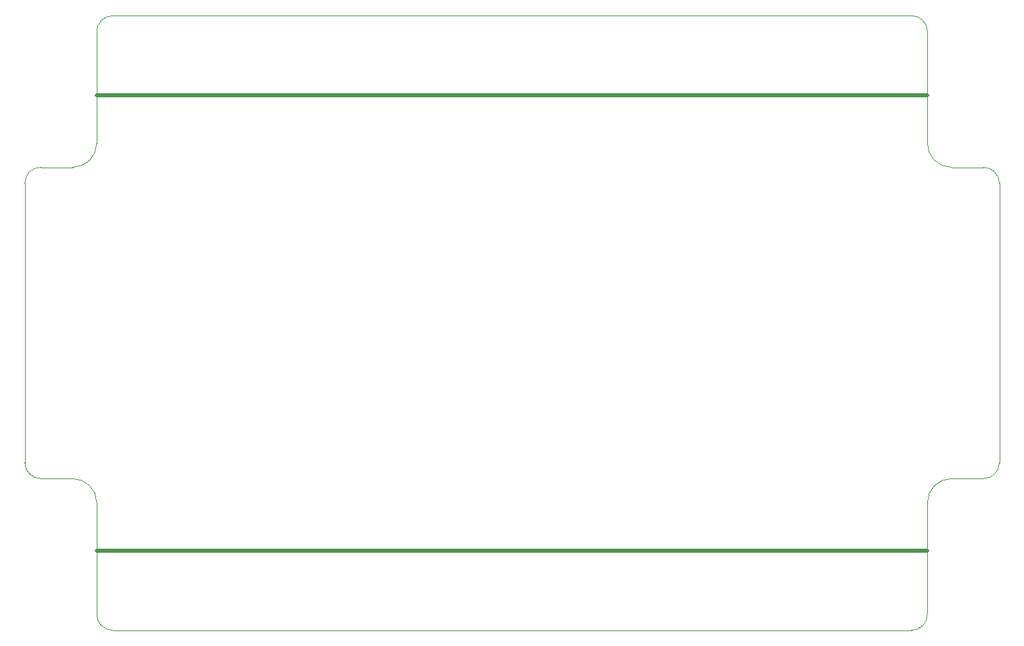
<source format=gbr>
%TF.GenerationSoftware,KiCad,Pcbnew,(7.0.0)*%
%TF.CreationDate,2023-04-14T14:39:00+09:00*%
%TF.ProjectId,Artnet_pixel_controller_Teensy-hardware,4172746e-6574-45f7-9069-78656c5f636f,v0.1.0*%
%TF.SameCoordinates,Original*%
%TF.FileFunction,Profile,NP*%
%FSLAX46Y46*%
G04 Gerber Fmt 4.6, Leading zero omitted, Abs format (unit mm)*
G04 Created by KiCad (PCBNEW (7.0.0)) date 2023-04-14 14:39:00*
%MOMM*%
%LPD*%
G01*
G04 APERTURE LIST*
%TA.AperFunction,Profile*%
%ADD10C,0.100000*%
%TD*%
%TA.AperFunction,Profile*%
%ADD11C,0.500000*%
%TD*%
G04 APERTURE END LIST*
D10*
X101000000Y-73000000D02*
X201000000Y-73000000D01*
X101000000Y-73000000D02*
G75*
G03*
X99000000Y-75000000I0J-2000000D01*
G01*
X203000000Y-75000000D02*
G75*
G03*
X201000000Y-73000000I-2000000J0D01*
G01*
X203000000Y-83000000D02*
X203000000Y-75000000D01*
X99000000Y-83000000D02*
X99000000Y-75000000D01*
X201000000Y-150000000D02*
X101000000Y-150000000D01*
X201000000Y-150000000D02*
G75*
G03*
X203000000Y-148000000I0J2000000D01*
G01*
X99000000Y-148000000D02*
G75*
G03*
X101000000Y-150000000I2000000J0D01*
G01*
X99000000Y-140000000D02*
X99000000Y-148000000D01*
X203000000Y-140000000D02*
X203000000Y-148000000D01*
X203000000Y-89000000D02*
G75*
G03*
X206000000Y-92000000I3000000J0D01*
G01*
X203000000Y-83000000D02*
X203000000Y-89000000D01*
X90000000Y-94000000D02*
X90000000Y-129000000D01*
X96000000Y-131000000D02*
X92000000Y-131000000D01*
X206000000Y-92000000D02*
X210000000Y-92000000D01*
X210000000Y-131000000D02*
G75*
G03*
X212000000Y-129000000I0J2000000D01*
G01*
D11*
X203000000Y-83000000D02*
X99000000Y-83000000D01*
D10*
X96000000Y-92000000D02*
G75*
G03*
X99000000Y-89000000I0J3000000D01*
G01*
X99000000Y-89000000D02*
X99000000Y-83000000D01*
X92000000Y-92000000D02*
X96000000Y-92000000D01*
X99000000Y-140000000D02*
X99000000Y-134000000D01*
X203000000Y-134000000D02*
X203000000Y-140000000D01*
X92000000Y-92000000D02*
G75*
G03*
X90000000Y-94000000I0J-2000000D01*
G01*
X99000000Y-134000000D02*
G75*
G03*
X96000000Y-131000000I-3000000J0D01*
G01*
X212000000Y-129000000D02*
X212000000Y-94000000D01*
D11*
X99000000Y-140000000D02*
X203000000Y-140000000D01*
D10*
X210000000Y-131000000D02*
X206000000Y-131000000D01*
X212000000Y-94000000D02*
G75*
G03*
X210000000Y-92000000I-2000000J0D01*
G01*
X90000000Y-129000000D02*
G75*
G03*
X92000000Y-131000000I2000000J0D01*
G01*
X206000000Y-131000000D02*
G75*
G03*
X203000000Y-134000000I0J-3000000D01*
G01*
M02*

</source>
